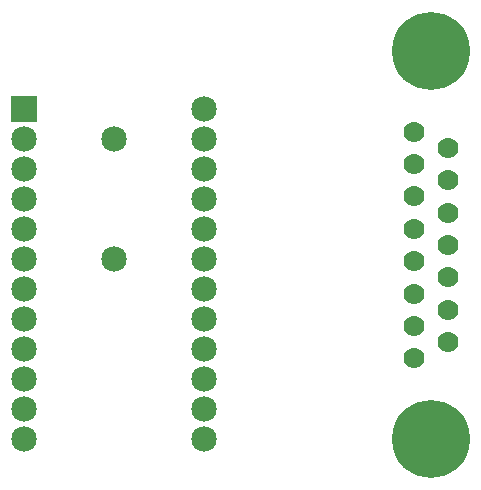
<source format=gbs>
G04 MADE WITH FRITZING*
G04 WWW.FRITZING.ORG*
G04 DOUBLE SIDED*
G04 HOLES PLATED*
G04 CONTOUR ON CENTER OF CONTOUR VECTOR*
%ASAXBY*%
%FSLAX23Y23*%
%MOIN*%
%OFA0B0*%
%SFA1.0B1.0*%
%ADD10C,0.085000*%
%ADD11C,0.070000*%
%ADD12C,0.260000*%
%ADD13R,0.085000X0.085000*%
%LNMASK0*%
G90*
G70*
G54D10*
X521Y1252D03*
X521Y852D03*
X221Y1352D03*
X821Y1352D03*
X221Y1252D03*
X821Y1252D03*
X221Y1152D03*
X821Y1152D03*
X221Y1052D03*
X821Y1052D03*
X221Y952D03*
X821Y952D03*
X221Y852D03*
X821Y852D03*
X221Y752D03*
X821Y752D03*
X221Y652D03*
X821Y652D03*
X221Y552D03*
X821Y552D03*
X221Y452D03*
X821Y452D03*
X221Y352D03*
X821Y352D03*
X221Y252D03*
X821Y252D03*
G54D11*
X1521Y1276D03*
X1521Y1168D03*
X1521Y1060D03*
X1521Y952D03*
X1521Y844D03*
X1521Y736D03*
X1521Y628D03*
X1521Y520D03*
X1633Y1222D03*
X1633Y1114D03*
X1633Y1006D03*
X1633Y898D03*
X1633Y790D03*
X1633Y682D03*
X1633Y574D03*
G54D12*
X1577Y250D03*
X1577Y1546D03*
G54D13*
X221Y1352D03*
G04 End of Mask0*
M02*
</source>
